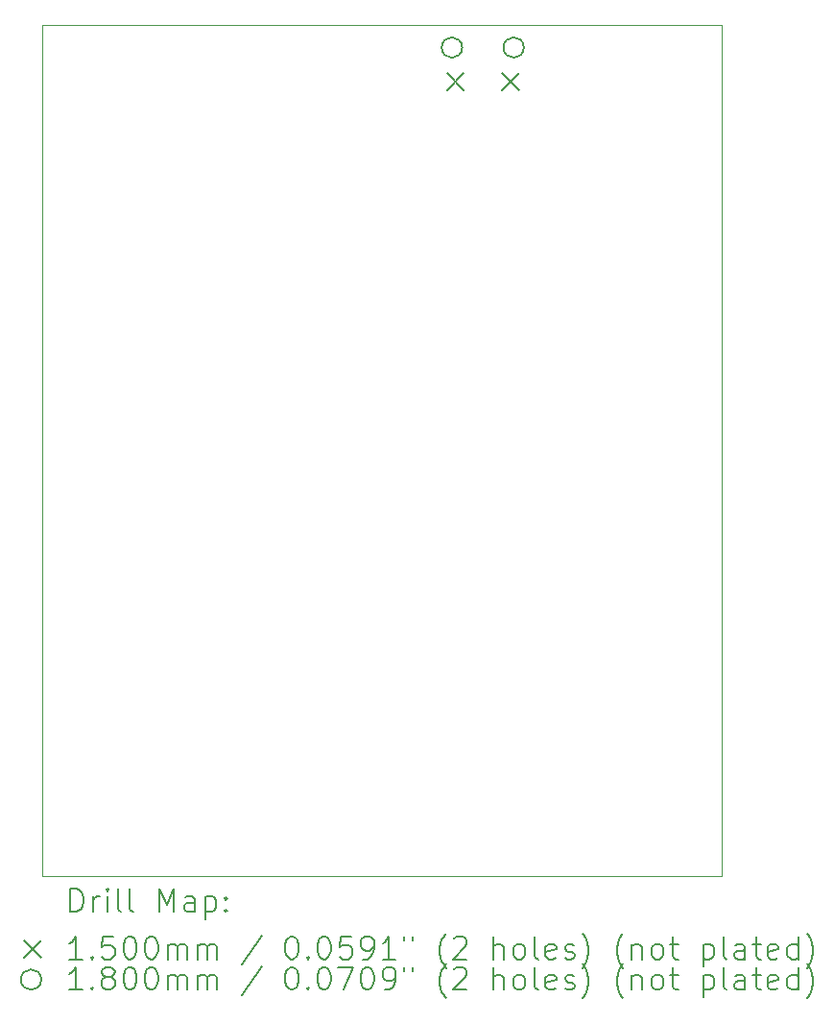
<source format=gbr>
%TF.GenerationSoftware,KiCad,Pcbnew,(6.0.10)*%
%TF.CreationDate,2023-03-05T19:00:13+01:00*%
%TF.ProjectId,HighPrecPosSens,48696768-5072-4656-9350-6f7353656e73,1*%
%TF.SameCoordinates,Original*%
%TF.FileFunction,Drillmap*%
%TF.FilePolarity,Positive*%
%FSLAX45Y45*%
G04 Gerber Fmt 4.5, Leading zero omitted, Abs format (unit mm)*
G04 Created by KiCad (PCBNEW (6.0.10)) date 2023-03-05 19:00:13*
%MOMM*%
%LPD*%
G01*
G04 APERTURE LIST*
%ADD10C,0.100000*%
%ADD11C,0.200000*%
%ADD12C,0.150000*%
%ADD13C,0.180000*%
G04 APERTURE END LIST*
D10*
X6275000Y-5398086D02*
X12275000Y-5398086D01*
X12275000Y-5398086D02*
X12275000Y-12898086D01*
X12275000Y-12898086D02*
X6275000Y-12898086D01*
X6275000Y-12898086D02*
X6275000Y-5398086D01*
D11*
D12*
X9847500Y-5826086D02*
X9997500Y-5976086D01*
X9997500Y-5826086D02*
X9847500Y-5976086D01*
X10332500Y-5826086D02*
X10482500Y-5976086D01*
X10482500Y-5826086D02*
X10332500Y-5976086D01*
D13*
X9982500Y-5598086D02*
G75*
G03*
X9982500Y-5598086I-90000J0D01*
G01*
X10527500Y-5598086D02*
G75*
G03*
X10527500Y-5598086I-90000J0D01*
G01*
D11*
X6527619Y-13213562D02*
X6527619Y-13013562D01*
X6575238Y-13013562D01*
X6603809Y-13023086D01*
X6622857Y-13042134D01*
X6632381Y-13061182D01*
X6641905Y-13099277D01*
X6641905Y-13127848D01*
X6632381Y-13165943D01*
X6622857Y-13184991D01*
X6603809Y-13204039D01*
X6575238Y-13213562D01*
X6527619Y-13213562D01*
X6727619Y-13213562D02*
X6727619Y-13080229D01*
X6727619Y-13118324D02*
X6737143Y-13099277D01*
X6746667Y-13089753D01*
X6765714Y-13080229D01*
X6784762Y-13080229D01*
X6851428Y-13213562D02*
X6851428Y-13080229D01*
X6851428Y-13013562D02*
X6841905Y-13023086D01*
X6851428Y-13032610D01*
X6860952Y-13023086D01*
X6851428Y-13013562D01*
X6851428Y-13032610D01*
X6975238Y-13213562D02*
X6956190Y-13204039D01*
X6946667Y-13184991D01*
X6946667Y-13013562D01*
X7080000Y-13213562D02*
X7060952Y-13204039D01*
X7051428Y-13184991D01*
X7051428Y-13013562D01*
X7308571Y-13213562D02*
X7308571Y-13013562D01*
X7375238Y-13156420D01*
X7441905Y-13013562D01*
X7441905Y-13213562D01*
X7622857Y-13213562D02*
X7622857Y-13108801D01*
X7613333Y-13089753D01*
X7594286Y-13080229D01*
X7556190Y-13080229D01*
X7537143Y-13089753D01*
X7622857Y-13204039D02*
X7603809Y-13213562D01*
X7556190Y-13213562D01*
X7537143Y-13204039D01*
X7527619Y-13184991D01*
X7527619Y-13165943D01*
X7537143Y-13146896D01*
X7556190Y-13137372D01*
X7603809Y-13137372D01*
X7622857Y-13127848D01*
X7718095Y-13080229D02*
X7718095Y-13280229D01*
X7718095Y-13089753D02*
X7737143Y-13080229D01*
X7775238Y-13080229D01*
X7794286Y-13089753D01*
X7803809Y-13099277D01*
X7813333Y-13118324D01*
X7813333Y-13175467D01*
X7803809Y-13194515D01*
X7794286Y-13204039D01*
X7775238Y-13213562D01*
X7737143Y-13213562D01*
X7718095Y-13204039D01*
X7899048Y-13194515D02*
X7908571Y-13204039D01*
X7899048Y-13213562D01*
X7889524Y-13204039D01*
X7899048Y-13194515D01*
X7899048Y-13213562D01*
X7899048Y-13089753D02*
X7908571Y-13099277D01*
X7899048Y-13108801D01*
X7889524Y-13099277D01*
X7899048Y-13089753D01*
X7899048Y-13108801D01*
D12*
X6120000Y-13468086D02*
X6270000Y-13618086D01*
X6270000Y-13468086D02*
X6120000Y-13618086D01*
D11*
X6632381Y-13633562D02*
X6518095Y-13633562D01*
X6575238Y-13633562D02*
X6575238Y-13433562D01*
X6556190Y-13462134D01*
X6537143Y-13481182D01*
X6518095Y-13490705D01*
X6718095Y-13614515D02*
X6727619Y-13624039D01*
X6718095Y-13633562D01*
X6708571Y-13624039D01*
X6718095Y-13614515D01*
X6718095Y-13633562D01*
X6908571Y-13433562D02*
X6813333Y-13433562D01*
X6803809Y-13528801D01*
X6813333Y-13519277D01*
X6832381Y-13509753D01*
X6880000Y-13509753D01*
X6899048Y-13519277D01*
X6908571Y-13528801D01*
X6918095Y-13547848D01*
X6918095Y-13595467D01*
X6908571Y-13614515D01*
X6899048Y-13624039D01*
X6880000Y-13633562D01*
X6832381Y-13633562D01*
X6813333Y-13624039D01*
X6803809Y-13614515D01*
X7041905Y-13433562D02*
X7060952Y-13433562D01*
X7080000Y-13443086D01*
X7089524Y-13452610D01*
X7099048Y-13471658D01*
X7108571Y-13509753D01*
X7108571Y-13557372D01*
X7099048Y-13595467D01*
X7089524Y-13614515D01*
X7080000Y-13624039D01*
X7060952Y-13633562D01*
X7041905Y-13633562D01*
X7022857Y-13624039D01*
X7013333Y-13614515D01*
X7003809Y-13595467D01*
X6994286Y-13557372D01*
X6994286Y-13509753D01*
X7003809Y-13471658D01*
X7013333Y-13452610D01*
X7022857Y-13443086D01*
X7041905Y-13433562D01*
X7232381Y-13433562D02*
X7251428Y-13433562D01*
X7270476Y-13443086D01*
X7280000Y-13452610D01*
X7289524Y-13471658D01*
X7299048Y-13509753D01*
X7299048Y-13557372D01*
X7289524Y-13595467D01*
X7280000Y-13614515D01*
X7270476Y-13624039D01*
X7251428Y-13633562D01*
X7232381Y-13633562D01*
X7213333Y-13624039D01*
X7203809Y-13614515D01*
X7194286Y-13595467D01*
X7184762Y-13557372D01*
X7184762Y-13509753D01*
X7194286Y-13471658D01*
X7203809Y-13452610D01*
X7213333Y-13443086D01*
X7232381Y-13433562D01*
X7384762Y-13633562D02*
X7384762Y-13500229D01*
X7384762Y-13519277D02*
X7394286Y-13509753D01*
X7413333Y-13500229D01*
X7441905Y-13500229D01*
X7460952Y-13509753D01*
X7470476Y-13528801D01*
X7470476Y-13633562D01*
X7470476Y-13528801D02*
X7480000Y-13509753D01*
X7499048Y-13500229D01*
X7527619Y-13500229D01*
X7546667Y-13509753D01*
X7556190Y-13528801D01*
X7556190Y-13633562D01*
X7651428Y-13633562D02*
X7651428Y-13500229D01*
X7651428Y-13519277D02*
X7660952Y-13509753D01*
X7680000Y-13500229D01*
X7708571Y-13500229D01*
X7727619Y-13509753D01*
X7737143Y-13528801D01*
X7737143Y-13633562D01*
X7737143Y-13528801D02*
X7746667Y-13509753D01*
X7765714Y-13500229D01*
X7794286Y-13500229D01*
X7813333Y-13509753D01*
X7822857Y-13528801D01*
X7822857Y-13633562D01*
X8213333Y-13424039D02*
X8041905Y-13681182D01*
X8470476Y-13433562D02*
X8489524Y-13433562D01*
X8508571Y-13443086D01*
X8518095Y-13452610D01*
X8527619Y-13471658D01*
X8537143Y-13509753D01*
X8537143Y-13557372D01*
X8527619Y-13595467D01*
X8518095Y-13614515D01*
X8508571Y-13624039D01*
X8489524Y-13633562D01*
X8470476Y-13633562D01*
X8451429Y-13624039D01*
X8441905Y-13614515D01*
X8432381Y-13595467D01*
X8422857Y-13557372D01*
X8422857Y-13509753D01*
X8432381Y-13471658D01*
X8441905Y-13452610D01*
X8451429Y-13443086D01*
X8470476Y-13433562D01*
X8622857Y-13614515D02*
X8632381Y-13624039D01*
X8622857Y-13633562D01*
X8613333Y-13624039D01*
X8622857Y-13614515D01*
X8622857Y-13633562D01*
X8756190Y-13433562D02*
X8775238Y-13433562D01*
X8794286Y-13443086D01*
X8803810Y-13452610D01*
X8813333Y-13471658D01*
X8822857Y-13509753D01*
X8822857Y-13557372D01*
X8813333Y-13595467D01*
X8803810Y-13614515D01*
X8794286Y-13624039D01*
X8775238Y-13633562D01*
X8756190Y-13633562D01*
X8737143Y-13624039D01*
X8727619Y-13614515D01*
X8718095Y-13595467D01*
X8708571Y-13557372D01*
X8708571Y-13509753D01*
X8718095Y-13471658D01*
X8727619Y-13452610D01*
X8737143Y-13443086D01*
X8756190Y-13433562D01*
X9003810Y-13433562D02*
X8908571Y-13433562D01*
X8899048Y-13528801D01*
X8908571Y-13519277D01*
X8927619Y-13509753D01*
X8975238Y-13509753D01*
X8994286Y-13519277D01*
X9003810Y-13528801D01*
X9013333Y-13547848D01*
X9013333Y-13595467D01*
X9003810Y-13614515D01*
X8994286Y-13624039D01*
X8975238Y-13633562D01*
X8927619Y-13633562D01*
X8908571Y-13624039D01*
X8899048Y-13614515D01*
X9108571Y-13633562D02*
X9146667Y-13633562D01*
X9165714Y-13624039D01*
X9175238Y-13614515D01*
X9194286Y-13585943D01*
X9203810Y-13547848D01*
X9203810Y-13471658D01*
X9194286Y-13452610D01*
X9184762Y-13443086D01*
X9165714Y-13433562D01*
X9127619Y-13433562D01*
X9108571Y-13443086D01*
X9099048Y-13452610D01*
X9089524Y-13471658D01*
X9089524Y-13519277D01*
X9099048Y-13538324D01*
X9108571Y-13547848D01*
X9127619Y-13557372D01*
X9165714Y-13557372D01*
X9184762Y-13547848D01*
X9194286Y-13538324D01*
X9203810Y-13519277D01*
X9394286Y-13633562D02*
X9280000Y-13633562D01*
X9337143Y-13633562D02*
X9337143Y-13433562D01*
X9318095Y-13462134D01*
X9299048Y-13481182D01*
X9280000Y-13490705D01*
X9470476Y-13433562D02*
X9470476Y-13471658D01*
X9546667Y-13433562D02*
X9546667Y-13471658D01*
X9841905Y-13709753D02*
X9832381Y-13700229D01*
X9813333Y-13671658D01*
X9803810Y-13652610D01*
X9794286Y-13624039D01*
X9784762Y-13576420D01*
X9784762Y-13538324D01*
X9794286Y-13490705D01*
X9803810Y-13462134D01*
X9813333Y-13443086D01*
X9832381Y-13414515D01*
X9841905Y-13404991D01*
X9908571Y-13452610D02*
X9918095Y-13443086D01*
X9937143Y-13433562D01*
X9984762Y-13433562D01*
X10003810Y-13443086D01*
X10013333Y-13452610D01*
X10022857Y-13471658D01*
X10022857Y-13490705D01*
X10013333Y-13519277D01*
X9899048Y-13633562D01*
X10022857Y-13633562D01*
X10260952Y-13633562D02*
X10260952Y-13433562D01*
X10346667Y-13633562D02*
X10346667Y-13528801D01*
X10337143Y-13509753D01*
X10318095Y-13500229D01*
X10289524Y-13500229D01*
X10270476Y-13509753D01*
X10260952Y-13519277D01*
X10470476Y-13633562D02*
X10451429Y-13624039D01*
X10441905Y-13614515D01*
X10432381Y-13595467D01*
X10432381Y-13538324D01*
X10441905Y-13519277D01*
X10451429Y-13509753D01*
X10470476Y-13500229D01*
X10499048Y-13500229D01*
X10518095Y-13509753D01*
X10527619Y-13519277D01*
X10537143Y-13538324D01*
X10537143Y-13595467D01*
X10527619Y-13614515D01*
X10518095Y-13624039D01*
X10499048Y-13633562D01*
X10470476Y-13633562D01*
X10651429Y-13633562D02*
X10632381Y-13624039D01*
X10622857Y-13604991D01*
X10622857Y-13433562D01*
X10803810Y-13624039D02*
X10784762Y-13633562D01*
X10746667Y-13633562D01*
X10727619Y-13624039D01*
X10718095Y-13604991D01*
X10718095Y-13528801D01*
X10727619Y-13509753D01*
X10746667Y-13500229D01*
X10784762Y-13500229D01*
X10803810Y-13509753D01*
X10813333Y-13528801D01*
X10813333Y-13547848D01*
X10718095Y-13566896D01*
X10889524Y-13624039D02*
X10908571Y-13633562D01*
X10946667Y-13633562D01*
X10965714Y-13624039D01*
X10975238Y-13604991D01*
X10975238Y-13595467D01*
X10965714Y-13576420D01*
X10946667Y-13566896D01*
X10918095Y-13566896D01*
X10899048Y-13557372D01*
X10889524Y-13538324D01*
X10889524Y-13528801D01*
X10899048Y-13509753D01*
X10918095Y-13500229D01*
X10946667Y-13500229D01*
X10965714Y-13509753D01*
X11041905Y-13709753D02*
X11051429Y-13700229D01*
X11070476Y-13671658D01*
X11080000Y-13652610D01*
X11089524Y-13624039D01*
X11099048Y-13576420D01*
X11099048Y-13538324D01*
X11089524Y-13490705D01*
X11080000Y-13462134D01*
X11070476Y-13443086D01*
X11051429Y-13414515D01*
X11041905Y-13404991D01*
X11403809Y-13709753D02*
X11394286Y-13700229D01*
X11375238Y-13671658D01*
X11365714Y-13652610D01*
X11356190Y-13624039D01*
X11346667Y-13576420D01*
X11346667Y-13538324D01*
X11356190Y-13490705D01*
X11365714Y-13462134D01*
X11375238Y-13443086D01*
X11394286Y-13414515D01*
X11403809Y-13404991D01*
X11480000Y-13500229D02*
X11480000Y-13633562D01*
X11480000Y-13519277D02*
X11489524Y-13509753D01*
X11508571Y-13500229D01*
X11537143Y-13500229D01*
X11556190Y-13509753D01*
X11565714Y-13528801D01*
X11565714Y-13633562D01*
X11689524Y-13633562D02*
X11670476Y-13624039D01*
X11660952Y-13614515D01*
X11651428Y-13595467D01*
X11651428Y-13538324D01*
X11660952Y-13519277D01*
X11670476Y-13509753D01*
X11689524Y-13500229D01*
X11718095Y-13500229D01*
X11737143Y-13509753D01*
X11746667Y-13519277D01*
X11756190Y-13538324D01*
X11756190Y-13595467D01*
X11746667Y-13614515D01*
X11737143Y-13624039D01*
X11718095Y-13633562D01*
X11689524Y-13633562D01*
X11813333Y-13500229D02*
X11889524Y-13500229D01*
X11841905Y-13433562D02*
X11841905Y-13604991D01*
X11851428Y-13624039D01*
X11870476Y-13633562D01*
X11889524Y-13633562D01*
X12108571Y-13500229D02*
X12108571Y-13700229D01*
X12108571Y-13509753D02*
X12127619Y-13500229D01*
X12165714Y-13500229D01*
X12184762Y-13509753D01*
X12194286Y-13519277D01*
X12203809Y-13538324D01*
X12203809Y-13595467D01*
X12194286Y-13614515D01*
X12184762Y-13624039D01*
X12165714Y-13633562D01*
X12127619Y-13633562D01*
X12108571Y-13624039D01*
X12318095Y-13633562D02*
X12299048Y-13624039D01*
X12289524Y-13604991D01*
X12289524Y-13433562D01*
X12480000Y-13633562D02*
X12480000Y-13528801D01*
X12470476Y-13509753D01*
X12451428Y-13500229D01*
X12413333Y-13500229D01*
X12394286Y-13509753D01*
X12480000Y-13624039D02*
X12460952Y-13633562D01*
X12413333Y-13633562D01*
X12394286Y-13624039D01*
X12384762Y-13604991D01*
X12384762Y-13585943D01*
X12394286Y-13566896D01*
X12413333Y-13557372D01*
X12460952Y-13557372D01*
X12480000Y-13547848D01*
X12546667Y-13500229D02*
X12622857Y-13500229D01*
X12575238Y-13433562D02*
X12575238Y-13604991D01*
X12584762Y-13624039D01*
X12603809Y-13633562D01*
X12622857Y-13633562D01*
X12765714Y-13624039D02*
X12746667Y-13633562D01*
X12708571Y-13633562D01*
X12689524Y-13624039D01*
X12680000Y-13604991D01*
X12680000Y-13528801D01*
X12689524Y-13509753D01*
X12708571Y-13500229D01*
X12746667Y-13500229D01*
X12765714Y-13509753D01*
X12775238Y-13528801D01*
X12775238Y-13547848D01*
X12680000Y-13566896D01*
X12946667Y-13633562D02*
X12946667Y-13433562D01*
X12946667Y-13624039D02*
X12927619Y-13633562D01*
X12889524Y-13633562D01*
X12870476Y-13624039D01*
X12860952Y-13614515D01*
X12851428Y-13595467D01*
X12851428Y-13538324D01*
X12860952Y-13519277D01*
X12870476Y-13509753D01*
X12889524Y-13500229D01*
X12927619Y-13500229D01*
X12946667Y-13509753D01*
X13022857Y-13709753D02*
X13032381Y-13700229D01*
X13051428Y-13671658D01*
X13060952Y-13652610D01*
X13070476Y-13624039D01*
X13080000Y-13576420D01*
X13080000Y-13538324D01*
X13070476Y-13490705D01*
X13060952Y-13462134D01*
X13051428Y-13443086D01*
X13032381Y-13414515D01*
X13022857Y-13404991D01*
D13*
X6270000Y-13813086D02*
G75*
G03*
X6270000Y-13813086I-90000J0D01*
G01*
D11*
X6632381Y-13903562D02*
X6518095Y-13903562D01*
X6575238Y-13903562D02*
X6575238Y-13703562D01*
X6556190Y-13732134D01*
X6537143Y-13751182D01*
X6518095Y-13760705D01*
X6718095Y-13884515D02*
X6727619Y-13894039D01*
X6718095Y-13903562D01*
X6708571Y-13894039D01*
X6718095Y-13884515D01*
X6718095Y-13903562D01*
X6841905Y-13789277D02*
X6822857Y-13779753D01*
X6813333Y-13770229D01*
X6803809Y-13751182D01*
X6803809Y-13741658D01*
X6813333Y-13722610D01*
X6822857Y-13713086D01*
X6841905Y-13703562D01*
X6880000Y-13703562D01*
X6899048Y-13713086D01*
X6908571Y-13722610D01*
X6918095Y-13741658D01*
X6918095Y-13751182D01*
X6908571Y-13770229D01*
X6899048Y-13779753D01*
X6880000Y-13789277D01*
X6841905Y-13789277D01*
X6822857Y-13798801D01*
X6813333Y-13808324D01*
X6803809Y-13827372D01*
X6803809Y-13865467D01*
X6813333Y-13884515D01*
X6822857Y-13894039D01*
X6841905Y-13903562D01*
X6880000Y-13903562D01*
X6899048Y-13894039D01*
X6908571Y-13884515D01*
X6918095Y-13865467D01*
X6918095Y-13827372D01*
X6908571Y-13808324D01*
X6899048Y-13798801D01*
X6880000Y-13789277D01*
X7041905Y-13703562D02*
X7060952Y-13703562D01*
X7080000Y-13713086D01*
X7089524Y-13722610D01*
X7099048Y-13741658D01*
X7108571Y-13779753D01*
X7108571Y-13827372D01*
X7099048Y-13865467D01*
X7089524Y-13884515D01*
X7080000Y-13894039D01*
X7060952Y-13903562D01*
X7041905Y-13903562D01*
X7022857Y-13894039D01*
X7013333Y-13884515D01*
X7003809Y-13865467D01*
X6994286Y-13827372D01*
X6994286Y-13779753D01*
X7003809Y-13741658D01*
X7013333Y-13722610D01*
X7022857Y-13713086D01*
X7041905Y-13703562D01*
X7232381Y-13703562D02*
X7251428Y-13703562D01*
X7270476Y-13713086D01*
X7280000Y-13722610D01*
X7289524Y-13741658D01*
X7299048Y-13779753D01*
X7299048Y-13827372D01*
X7289524Y-13865467D01*
X7280000Y-13884515D01*
X7270476Y-13894039D01*
X7251428Y-13903562D01*
X7232381Y-13903562D01*
X7213333Y-13894039D01*
X7203809Y-13884515D01*
X7194286Y-13865467D01*
X7184762Y-13827372D01*
X7184762Y-13779753D01*
X7194286Y-13741658D01*
X7203809Y-13722610D01*
X7213333Y-13713086D01*
X7232381Y-13703562D01*
X7384762Y-13903562D02*
X7384762Y-13770229D01*
X7384762Y-13789277D02*
X7394286Y-13779753D01*
X7413333Y-13770229D01*
X7441905Y-13770229D01*
X7460952Y-13779753D01*
X7470476Y-13798801D01*
X7470476Y-13903562D01*
X7470476Y-13798801D02*
X7480000Y-13779753D01*
X7499048Y-13770229D01*
X7527619Y-13770229D01*
X7546667Y-13779753D01*
X7556190Y-13798801D01*
X7556190Y-13903562D01*
X7651428Y-13903562D02*
X7651428Y-13770229D01*
X7651428Y-13789277D02*
X7660952Y-13779753D01*
X7680000Y-13770229D01*
X7708571Y-13770229D01*
X7727619Y-13779753D01*
X7737143Y-13798801D01*
X7737143Y-13903562D01*
X7737143Y-13798801D02*
X7746667Y-13779753D01*
X7765714Y-13770229D01*
X7794286Y-13770229D01*
X7813333Y-13779753D01*
X7822857Y-13798801D01*
X7822857Y-13903562D01*
X8213333Y-13694039D02*
X8041905Y-13951182D01*
X8470476Y-13703562D02*
X8489524Y-13703562D01*
X8508571Y-13713086D01*
X8518095Y-13722610D01*
X8527619Y-13741658D01*
X8537143Y-13779753D01*
X8537143Y-13827372D01*
X8527619Y-13865467D01*
X8518095Y-13884515D01*
X8508571Y-13894039D01*
X8489524Y-13903562D01*
X8470476Y-13903562D01*
X8451429Y-13894039D01*
X8441905Y-13884515D01*
X8432381Y-13865467D01*
X8422857Y-13827372D01*
X8422857Y-13779753D01*
X8432381Y-13741658D01*
X8441905Y-13722610D01*
X8451429Y-13713086D01*
X8470476Y-13703562D01*
X8622857Y-13884515D02*
X8632381Y-13894039D01*
X8622857Y-13903562D01*
X8613333Y-13894039D01*
X8622857Y-13884515D01*
X8622857Y-13903562D01*
X8756190Y-13703562D02*
X8775238Y-13703562D01*
X8794286Y-13713086D01*
X8803810Y-13722610D01*
X8813333Y-13741658D01*
X8822857Y-13779753D01*
X8822857Y-13827372D01*
X8813333Y-13865467D01*
X8803810Y-13884515D01*
X8794286Y-13894039D01*
X8775238Y-13903562D01*
X8756190Y-13903562D01*
X8737143Y-13894039D01*
X8727619Y-13884515D01*
X8718095Y-13865467D01*
X8708571Y-13827372D01*
X8708571Y-13779753D01*
X8718095Y-13741658D01*
X8727619Y-13722610D01*
X8737143Y-13713086D01*
X8756190Y-13703562D01*
X8889524Y-13703562D02*
X9022857Y-13703562D01*
X8937143Y-13903562D01*
X9137143Y-13703562D02*
X9156190Y-13703562D01*
X9175238Y-13713086D01*
X9184762Y-13722610D01*
X9194286Y-13741658D01*
X9203810Y-13779753D01*
X9203810Y-13827372D01*
X9194286Y-13865467D01*
X9184762Y-13884515D01*
X9175238Y-13894039D01*
X9156190Y-13903562D01*
X9137143Y-13903562D01*
X9118095Y-13894039D01*
X9108571Y-13884515D01*
X9099048Y-13865467D01*
X9089524Y-13827372D01*
X9089524Y-13779753D01*
X9099048Y-13741658D01*
X9108571Y-13722610D01*
X9118095Y-13713086D01*
X9137143Y-13703562D01*
X9299048Y-13903562D02*
X9337143Y-13903562D01*
X9356190Y-13894039D01*
X9365714Y-13884515D01*
X9384762Y-13855943D01*
X9394286Y-13817848D01*
X9394286Y-13741658D01*
X9384762Y-13722610D01*
X9375238Y-13713086D01*
X9356190Y-13703562D01*
X9318095Y-13703562D01*
X9299048Y-13713086D01*
X9289524Y-13722610D01*
X9280000Y-13741658D01*
X9280000Y-13789277D01*
X9289524Y-13808324D01*
X9299048Y-13817848D01*
X9318095Y-13827372D01*
X9356190Y-13827372D01*
X9375238Y-13817848D01*
X9384762Y-13808324D01*
X9394286Y-13789277D01*
X9470476Y-13703562D02*
X9470476Y-13741658D01*
X9546667Y-13703562D02*
X9546667Y-13741658D01*
X9841905Y-13979753D02*
X9832381Y-13970229D01*
X9813333Y-13941658D01*
X9803810Y-13922610D01*
X9794286Y-13894039D01*
X9784762Y-13846420D01*
X9784762Y-13808324D01*
X9794286Y-13760705D01*
X9803810Y-13732134D01*
X9813333Y-13713086D01*
X9832381Y-13684515D01*
X9841905Y-13674991D01*
X9908571Y-13722610D02*
X9918095Y-13713086D01*
X9937143Y-13703562D01*
X9984762Y-13703562D01*
X10003810Y-13713086D01*
X10013333Y-13722610D01*
X10022857Y-13741658D01*
X10022857Y-13760705D01*
X10013333Y-13789277D01*
X9899048Y-13903562D01*
X10022857Y-13903562D01*
X10260952Y-13903562D02*
X10260952Y-13703562D01*
X10346667Y-13903562D02*
X10346667Y-13798801D01*
X10337143Y-13779753D01*
X10318095Y-13770229D01*
X10289524Y-13770229D01*
X10270476Y-13779753D01*
X10260952Y-13789277D01*
X10470476Y-13903562D02*
X10451429Y-13894039D01*
X10441905Y-13884515D01*
X10432381Y-13865467D01*
X10432381Y-13808324D01*
X10441905Y-13789277D01*
X10451429Y-13779753D01*
X10470476Y-13770229D01*
X10499048Y-13770229D01*
X10518095Y-13779753D01*
X10527619Y-13789277D01*
X10537143Y-13808324D01*
X10537143Y-13865467D01*
X10527619Y-13884515D01*
X10518095Y-13894039D01*
X10499048Y-13903562D01*
X10470476Y-13903562D01*
X10651429Y-13903562D02*
X10632381Y-13894039D01*
X10622857Y-13874991D01*
X10622857Y-13703562D01*
X10803810Y-13894039D02*
X10784762Y-13903562D01*
X10746667Y-13903562D01*
X10727619Y-13894039D01*
X10718095Y-13874991D01*
X10718095Y-13798801D01*
X10727619Y-13779753D01*
X10746667Y-13770229D01*
X10784762Y-13770229D01*
X10803810Y-13779753D01*
X10813333Y-13798801D01*
X10813333Y-13817848D01*
X10718095Y-13836896D01*
X10889524Y-13894039D02*
X10908571Y-13903562D01*
X10946667Y-13903562D01*
X10965714Y-13894039D01*
X10975238Y-13874991D01*
X10975238Y-13865467D01*
X10965714Y-13846420D01*
X10946667Y-13836896D01*
X10918095Y-13836896D01*
X10899048Y-13827372D01*
X10889524Y-13808324D01*
X10889524Y-13798801D01*
X10899048Y-13779753D01*
X10918095Y-13770229D01*
X10946667Y-13770229D01*
X10965714Y-13779753D01*
X11041905Y-13979753D02*
X11051429Y-13970229D01*
X11070476Y-13941658D01*
X11080000Y-13922610D01*
X11089524Y-13894039D01*
X11099048Y-13846420D01*
X11099048Y-13808324D01*
X11089524Y-13760705D01*
X11080000Y-13732134D01*
X11070476Y-13713086D01*
X11051429Y-13684515D01*
X11041905Y-13674991D01*
X11403809Y-13979753D02*
X11394286Y-13970229D01*
X11375238Y-13941658D01*
X11365714Y-13922610D01*
X11356190Y-13894039D01*
X11346667Y-13846420D01*
X11346667Y-13808324D01*
X11356190Y-13760705D01*
X11365714Y-13732134D01*
X11375238Y-13713086D01*
X11394286Y-13684515D01*
X11403809Y-13674991D01*
X11480000Y-13770229D02*
X11480000Y-13903562D01*
X11480000Y-13789277D02*
X11489524Y-13779753D01*
X11508571Y-13770229D01*
X11537143Y-13770229D01*
X11556190Y-13779753D01*
X11565714Y-13798801D01*
X11565714Y-13903562D01*
X11689524Y-13903562D02*
X11670476Y-13894039D01*
X11660952Y-13884515D01*
X11651428Y-13865467D01*
X11651428Y-13808324D01*
X11660952Y-13789277D01*
X11670476Y-13779753D01*
X11689524Y-13770229D01*
X11718095Y-13770229D01*
X11737143Y-13779753D01*
X11746667Y-13789277D01*
X11756190Y-13808324D01*
X11756190Y-13865467D01*
X11746667Y-13884515D01*
X11737143Y-13894039D01*
X11718095Y-13903562D01*
X11689524Y-13903562D01*
X11813333Y-13770229D02*
X11889524Y-13770229D01*
X11841905Y-13703562D02*
X11841905Y-13874991D01*
X11851428Y-13894039D01*
X11870476Y-13903562D01*
X11889524Y-13903562D01*
X12108571Y-13770229D02*
X12108571Y-13970229D01*
X12108571Y-13779753D02*
X12127619Y-13770229D01*
X12165714Y-13770229D01*
X12184762Y-13779753D01*
X12194286Y-13789277D01*
X12203809Y-13808324D01*
X12203809Y-13865467D01*
X12194286Y-13884515D01*
X12184762Y-13894039D01*
X12165714Y-13903562D01*
X12127619Y-13903562D01*
X12108571Y-13894039D01*
X12318095Y-13903562D02*
X12299048Y-13894039D01*
X12289524Y-13874991D01*
X12289524Y-13703562D01*
X12480000Y-13903562D02*
X12480000Y-13798801D01*
X12470476Y-13779753D01*
X12451428Y-13770229D01*
X12413333Y-13770229D01*
X12394286Y-13779753D01*
X12480000Y-13894039D02*
X12460952Y-13903562D01*
X12413333Y-13903562D01*
X12394286Y-13894039D01*
X12384762Y-13874991D01*
X12384762Y-13855943D01*
X12394286Y-13836896D01*
X12413333Y-13827372D01*
X12460952Y-13827372D01*
X12480000Y-13817848D01*
X12546667Y-13770229D02*
X12622857Y-13770229D01*
X12575238Y-13703562D02*
X12575238Y-13874991D01*
X12584762Y-13894039D01*
X12603809Y-13903562D01*
X12622857Y-13903562D01*
X12765714Y-13894039D02*
X12746667Y-13903562D01*
X12708571Y-13903562D01*
X12689524Y-13894039D01*
X12680000Y-13874991D01*
X12680000Y-13798801D01*
X12689524Y-13779753D01*
X12708571Y-13770229D01*
X12746667Y-13770229D01*
X12765714Y-13779753D01*
X12775238Y-13798801D01*
X12775238Y-13817848D01*
X12680000Y-13836896D01*
X12946667Y-13903562D02*
X12946667Y-13703562D01*
X12946667Y-13894039D02*
X12927619Y-13903562D01*
X12889524Y-13903562D01*
X12870476Y-13894039D01*
X12860952Y-13884515D01*
X12851428Y-13865467D01*
X12851428Y-13808324D01*
X12860952Y-13789277D01*
X12870476Y-13779753D01*
X12889524Y-13770229D01*
X12927619Y-13770229D01*
X12946667Y-13779753D01*
X13022857Y-13979753D02*
X13032381Y-13970229D01*
X13051428Y-13941658D01*
X13060952Y-13922610D01*
X13070476Y-13894039D01*
X13080000Y-13846420D01*
X13080000Y-13808324D01*
X13070476Y-13760705D01*
X13060952Y-13732134D01*
X13051428Y-13713086D01*
X13032381Y-13684515D01*
X13022857Y-13674991D01*
M02*

</source>
